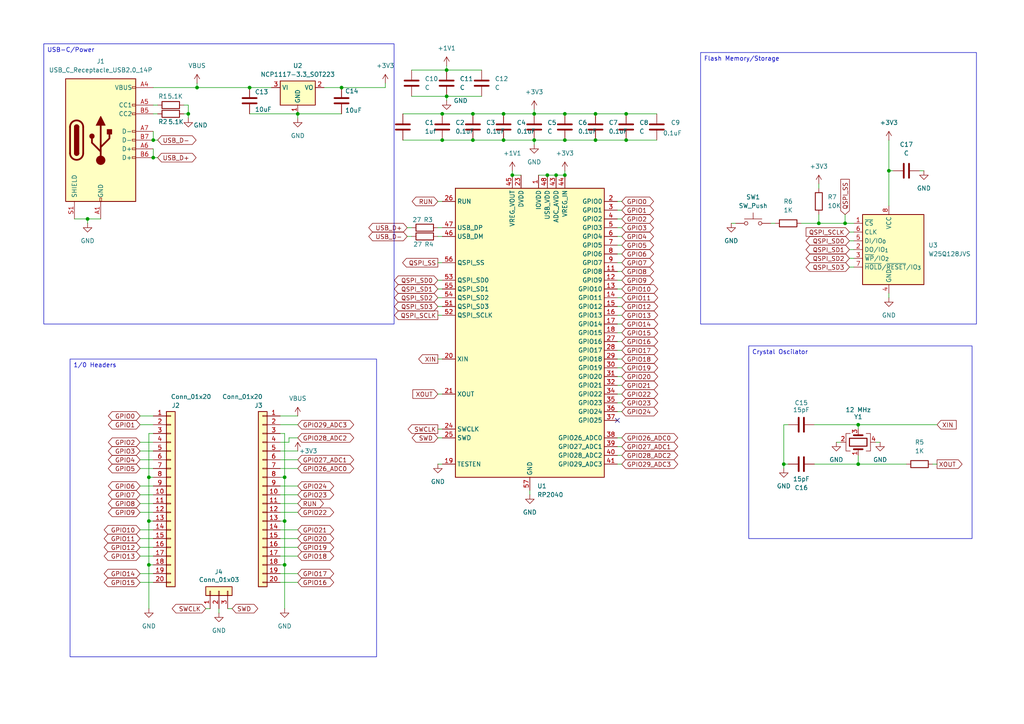
<source format=kicad_sch>
(kicad_sch (version 20250114) (generator "eeschema") (generator_version "9.0")
  (paper "A4")
  (lib_symbols
    (symbol "Connector:USB_C_Receptacle_USB2.0_14P" (pin_names (offset 1.016))
      (property "Reference" "J" (at 0 22.225 0))
      (property "Value" "USB_C_Receptacle_USB2.0_14P" (at 0 19.685 0))
      (symbol "USB_C_Receptacle_USB2.0_14P_1_1"
        (pin passive line (at -7.62 -22.86 90) (length 5.08) (name "SHIELD") (number "S1"))
        (pin passive line (at 0 -22.86 90) (length 5.08) (name "GND") (number "A1"))
        (pin passive line (at 0 -22.86 90) (length 5.08) (hide yes) (name "GND") (number "A12"))
        (pin passive line (at 0 -22.86 90) (length 5.08) (hide yes) (name "GND") (number "B1"))
        (pin passive line (at 0 -22.86 90) (length 5.08) (hide yes) (name "GND") (number "B12"))
        (pin passive line (at 15.24 15.24 180) (length 5.08) (name "VBUS") (number "A4"))
        (pin passive line (at 15.24 15.24 180) (length 5.08) (hide yes) (name "VBUS") (number "A9"))
        (pin passive line (at 15.24 15.24 180) (length 5.08) (hide yes) (name "VBUS") (number "B4"))
        (pin passive line (at 15.24 15.24 180) (length 5.08) (hide yes) (name "VBUS") (number "B9"))
        (pin bidirectional line (at 15.24 10.16 180) (length 5.08) (name "CC1") (number "A5"))
        (pin bidirectional line (at 15.24 7.62 180) (length 5.08) (name "CC2") (number "B5"))
        (pin bidirectional line (at 15.24 2.54 180) (length 5.08) (name "D-") (number "A7"))
        (pin bidirectional line (at 15.24 0 180) (length 5.08) (name "D-") (number "B7"))
        (pin bidirectional line (at 15.24 -2.54 180) (length 5.08) (name "D+") (number "A6"))
        (pin bidirectional line (at 15.24 -5.08 180) (length 5.08) (name "D+") (number "B6"))
      )
    )
    (symbol "Connector_Generic:Conn_01x03" (pin_names (offset 1.016) (hide yes))
      (property "Reference" "J" (at 0 5.08 0))
      (property "Value" "Conn_01x03" (at 0 -5.08 0))
      (symbol "Conn_01x03_1_1"
        (pin passive line (at -5.08 2.54 0) (length 3.81) (name "Pin_1") (number "1"))
        (pin passive line (at -5.08 0 0) (length 3.81) (name "Pin_2") (number "2"))
        (pin passive line (at -5.08 -2.54 0) (length 3.81) (name "Pin_3") (number "3"))
      )
    )
    (symbol "Connector_Generic:Conn_01x20" (pin_names (offset 1.016) (hide yes))
      (property "Reference" "J" (at 0 25.4 0))
      (property "Value" "Conn_01x20" (at 0 -27.94 0))
      (symbol "Conn_01x20_1_1"
        (pin passive line (at -5.08 22.86 0) (length 3.81) (name "Pin_1") (number "1"))
        (pin passive line (at -5.08 20.32 0) (length 3.81) (name "Pin_2") (number "2"))
        (pin passive line (at -5.08 17.78 0) (length 3.81) (name "Pin_3") (number "3"))
        (pin passive line (at -5.08 15.24 0) (length 3.81) (name "Pin_4") (number "4"))
        (pin passive line (at -5.08 12.7 0) (length 3.81) (name "Pin_5") (number "5"))
        (pin passive line (at -5.08 10.16 0) (length 3.81) (name "Pin_6") (number "6"))
        (pin passive line (at -5.08 7.62 0) (length 3.81) (name "Pin_7") (number "7"))
        (pin passive line (at -5.08 5.08 0) (length 3.81) (name "Pin_8") (number "8"))
        (pin passive line (at -5.08 2.54 0) (length 3.81) (name "Pin_9") (number "9"))
        (pin passive line (at -5.08 0 0) (length 3.81) (name "Pin_10") (number "10"))
        (pin passive line (at -5.08 -2.54 0) (length 3.81) (name "Pin_11") (number "11"))
        (pin passive line (at -5.08 -5.08 0) (length 3.81) (name "Pin_12") (number "12"))
        (pin passive line (at -5.08 -7.62 0) (length 3.81) (name "Pin_13") (number "13"))
        (pin passive line (at -5.08 -10.16 0) (length 3.81) (name "Pin_14") (number "14"))
        (pin passive line (at -5.08 -12.7 0) (length 3.81) (name "Pin_15") (number "15"))
        (pin passive line (at -5.08 -15.24 0) (length 3.81) (name "Pin_16") (number "16"))
        (pin passive line (at -5.08 -17.78 0) (length 3.81) (name "Pin_17") (number "17"))
        (pin passive line (at -5.08 -20.32 0) (length 3.81) (name "Pin_18") (number "18"))
        (pin passive line (at -5.08 -22.86 0) (length 3.81) (name "Pin_19") (number "19"))
        (pin passive line (at -5.08 -25.4 0) (length 3.81) (name "Pin_20") (number "20"))
      )
    )
    (symbol "Device:C" (pin_numbers (hide yes)) (pin_names (offset 0.254))
      (property "Reference" "C" (at 0.635 2.54 0))
      (property "Value" "C" (at 0.635 -2.54 0))
      (symbol "C_1_1"
        (pin passive line (at 0 3.81 270) (length 2.794) (name "~") (number "1"))
        (pin passive line (at 0 -3.81 90) (length 2.794) (name "~") (number "2"))
      )
    )
    (symbol "Device:Crystal_GND24" (pin_names (offset 1.016) (hide yes))
      (property "Reference" "Y" (at 3.175 5.08 0))
      (property "Value" "Crystal_GND24" (at 3.175 3.175 0))
      (symbol "Crystal_GND24_1_1"
        (pin passive line (at -3.81 0 0) (length 1.27) (name "1") (number "1"))
        (pin passive line (at 0 5.08 270) (length 1.27) (name "2") (number "2"))
        (pin passive line (at 0 -5.08 90) (length 1.27) (name "4") (number "4"))
        (pin passive line (at 3.81 0 180) (length 1.27) (name "3") (number "3"))
      )
    )
    (symbol "Device:R" (pin_numbers (hide yes)) (pin_names (offset 0))
      (property "Reference" "R" (at 2.032 0 90))
      (property "Value" "R" (at 0 0 90))
      (symbol "R_1_1"
        (pin passive line (at 0 3.81 270) (length 1.27) (name "~") (number "1"))
        (pin passive line (at 0 -3.81 90) (length 1.27) (name "~") (number "2"))
      )
    )
    (symbol "MCU_RaspberryPi:RP2040"
      (property "Reference" "U" (at 17.78 45.72 0))
      (property "Value" "RP2040" (at 17.78 43.18 0))
      (symbol "RP2040_1_1"
        (pin input line (at -25.4 38.1 0) (length 3.81) (name "RUN") (number "26"))
        (pin bidirectional line (at -25.4 30.48 0) (length 3.81) (name "USB_DP") (number "47"))
        (pin bidirectional line (at -25.4 27.94 0) (length 3.81) (name "USB_DM") (number "46"))
        (pin bidirectional line (at -25.4 20.32 0) (length 3.81) (name "QSPI_SS") (number "56"))
        (pin bidirectional line (at -25.4 15.24 0) (length 3.81) (name "QSPI_SD0") (number "53"))
        (pin bidirectional line (at -25.4 12.7 0) (length 3.81) (name "QSPI_SD1") (number "55"))
        (pin bidirectional line (at -25.4 10.16 0) (length 3.81) (name "QSPI_SD2") (number "54"))
        (pin bidirectional line (at -25.4 7.62 0) (length 3.81) (name "QSPI_SD3") (number "51"))
        (pin output line (at -25.4 5.08 0) (length 3.81) (name "QSPI_SCLK") (number "52"))
        (pin input line (at -25.4 -7.62 0) (length 3.81) (name "XIN") (number "20"))
        (pin passive line (at -25.4 -17.78 0) (length 3.81) (name "XOUT") (number "21"))
        (pin input line (at -25.4 -27.94 0) (length 3.81) (name "SWCLK") (number "24"))
        (pin bidirectional line (at -25.4 -30.48 0) (length 3.81) (name "SWD") (number "25"))
        (pin input line (at -25.4 -38.1 0) (length 3.81) (name "TESTEN") (number "19"))
        (pin power_out line (at -5.08 45.72 270) (length 3.81) (name "VREG_VOUT") (number "45"))
        (pin power_in line (at -2.54 45.72 270) (length 3.81) (name "DVDD") (number "23"))
        (pin passive line (at -2.54 45.72 270) (length 3.81) (hide yes) (name "DVDD") (number "50"))
        (pin power_in line (at 0 -45.72 90) (length 3.81) (name "GND") (number "57"))
        (pin power_in line (at 2.54 45.72 270) (length 3.81) (name "IOVDD") (number "1"))
        (pin passive line (at 2.54 45.72 270) (length 3.81) (hide yes) (name "IOVDD") (number "10"))
        (pin passive line (at 2.54 45.72 270) (length 3.81) (hide yes) (name "IOVDD") (number "22"))
        (pin passive line (at 2.54 45.72 270) (length 3.81) (hide yes) (name "IOVDD") (number "33"))
        (pin passive line (at 2.54 45.72 270) (length 3.81) (hide yes) (name "IOVDD") (number "42"))
        (pin passive line (at 2.54 45.72 270) (length 3.81) (hide yes) (name "IOVDD") (number "49"))
        (pin power_in line (at 5.08 45.72 270) (length 3.81) (name "USB_VDD") (number "48"))
        (pin power_in line (at 7.62 45.72 270) (length 3.81) (name "ADC_AVDD") (number "43"))
        (pin power_in line (at 10.16 45.72 270) (length 3.81) (name "VREG_IN") (number "44"))
        (pin bidirectional line (at 25.4 38.1 180) (length 3.81) (name "GPIO0") (number "2"))
        (pin bidirectional line (at 25.4 35.56 180) (length 3.81) (name "GPIO1") (number "3"))
        (pin bidirectional line (at 25.4 33.02 180) (length 3.81) (name "GPIO2") (number "4"))
        (pin bidirectional line (at 25.4 30.48 180) (length 3.81) (name "GPIO3") (number "5"))
        (pin bidirectional line (at 25.4 27.94 180) (length 3.81) (name "GPIO4") (number "6"))
        (pin bidirectional line (at 25.4 25.4 180) (length 3.81) (name "GPIO5") (number "7"))
        (pin bidirectional line (at 25.4 22.86 180) (length 3.81) (name "GPIO6") (number "8"))
        (pin bidirectional line (at 25.4 20.32 180) (length 3.81) (name "GPIO7") (number "9"))
        (pin bidirectional line (at 25.4 17.78 180) (length 3.81) (name "GPIO8") (number "11"))
        (pin bidirectional line (at 25.4 15.24 180) (length 3.81) (name "GPIO9") (number "12"))
        (pin bidirectional line (at 25.4 12.7 180) (length 3.81) (name "GPIO10") (number "13"))
        (pin bidirectional line (at 25.4 10.16 180) (length 3.81) (name "GPIO11") (number "14"))
        (pin bidirectional line (at 25.4 7.62 180) (length 3.81) (name "GPIO12") (number "15"))
        (pin bidirectional line (at 25.4 5.08 180) (length 3.81) (name "GPIO13") (number "16"))
        (pin bidirectional line (at 25.4 2.54 180) (length 3.81) (name "GPIO14") (number "17"))
        (pin bidirectional line (at 25.4 0 180) (length 3.81) (name "GPIO15") (number "18"))
        (pin bidirectional line (at 25.4 -2.54 180) (length 3.81) (name "GPIO16") (number "27"))
        (pin bidirectional line (at 25.4 -5.08 180) (length 3.81) (name "GPIO17") (number "28"))
        (pin bidirectional line (at 25.4 -7.62 180) (length 3.81) (name "GPIO18") (number "29"))
        (pin bidirectional line (at 25.4 -10.16 180) (length 3.81) (name "GPIO19") (number "30"))
        (pin bidirectional line (at 25.4 -12.7 180) (length 3.81) (name "GPIO20") (number "31"))
        (pin bidirectional line (at 25.4 -15.24 180) (length 3.81) (name "GPIO21") (number "32"))
        (pin bidirectional line (at 25.4 -17.78 180) (length 3.81) (name "GPIO22") (number "34"))
        (pin bidirectional line (at 25.4 -20.32 180) (length 3.81) (name "GPIO23") (number "35"))
        (pin bidirectional line (at 25.4 -22.86 180) (length 3.81) (name "GPIO24") (number "36"))
        (pin bidirectional line (at 25.4 -25.4 180) (length 3.81) (name "GPIO25") (number "37"))
        (pin bidirectional line (at 25.4 -30.48 180) (length 3.81) (name "GPIO26_ADC0") (number "38"))
        (pin bidirectional line (at 25.4 -33.02 180) (length 3.81) (name "GPIO27_ADC1") (number "39"))
        (pin bidirectional line (at 25.4 -35.56 180) (length 3.81) (name "GPIO28_ADC2") (number "40"))
        (pin bidirectional line (at 25.4 -38.1 180) (length 3.81) (name "GPIO29_ADC3") (number "41"))
      )
    )
    (symbol "Memory_Flash:W25Q128JVS"
      (property "Reference" "U" (at -6.35 11.43 0))
      (property "Value" "W25Q128JVS" (at 7.62 11.43 0))
      (symbol "W25Q128JVS_1_1"
        (pin input line (at -10.16 7.62 0) (length 2.54) (name "~{CS}") (number "1"))
        (pin input line (at -10.16 5.08 0) (length 2.54) (name "CLK") (number "6"))
        (pin bidirectional line (at -10.16 2.54 0) (length 2.54) (name "DI/IO_{0}") (number "5"))
        (pin bidirectional line (at -10.16 0 0) (length 2.54) (name "DO/IO_{1}") (number "2"))
        (pin bidirectional line (at -10.16 -2.54 0) (length 2.54) (name "~{WP}/IO_{2}") (number "3"))
        (pin bidirectional line (at -10.16 -5.08 0) (length 2.54) (name "~{HOLD}/~{RESET}/IO_{3}") (number "7"))
        (pin power_in line (at 0 12.7 270) (length 2.54) (name "VCC") (number "8"))
        (pin power_in line (at 0 -12.7 90) (length 2.54) (name "GND") (number "4"))
      )
    )
    (symbol "Regulator_Linear:NCP1117-3.3_SOT223"
      (property "Reference" "U" (at -3.81 3.175 0))
      (property "Value" "NCP1117-3.3_SOT223" (at 0 3.175 0))
      (symbol "NCP1117-3.3_SOT223_1_1"
        (pin power_in line (at -7.62 0 0) (length 2.54) (name "VI") (number "3"))
        (pin power_in line (at 0 -7.62 90) (length 2.54) (name "GND") (number "1"))
        (pin power_out line (at 7.62 0 180) (length 2.54) (name "VO") (number "2"))
      )
    )
    (symbol "Switch:SW_Push" (pin_numbers (hide yes)) (pin_names (offset 1.016) (hide yes))
      (property "Reference" "SW" (at 1.27 2.54 0))
      (property "Value" "SW_Push" (at 0 -1.524 0))
      (symbol "SW_Push_0_1"
        (pin passive line (at -5.08 0 0) (length 2.54) (name "1") (number "1"))
        (pin passive line (at 5.08 0 180) (length 2.54) (name "2") (number "2"))
      )
    )
    (symbol "power:+1V1" (power) (pin_numbers (hide yes)) (pin_names (offset 0) (hide yes))
      (property "Value" "+1V1" (at 0 3.556 0))
      (symbol "+1V1_1_1"
        (pin power_in line (at 0 0 90) (length 0) (name "~") (number "1"))
      )
    )
    (symbol "power:+3V3" (power) (pin_numbers (hide yes)) (pin_names (offset 0) (hide yes))
      (property "Value" "+3V3" (at 0 3.556 0))
      (symbol "+3V3_1_1"
        (pin power_in line (at 0 0 90) (length 0) (name "~") (number "1"))
      )
    )
    (symbol "power:GND" (power) (pin_numbers (hide yes)) (pin_names (offset 0) (hide yes))
      (property "Value" "GND" (at 0 -3.81 0))
      (symbol "GND_1_1"
        (pin power_in line (at 0 0 270) (length 0) (name "~") (number "1"))
      )
    )
    (symbol "power:VBUS" (power) (pin_numbers (hide yes)) (pin_names (offset 0) (hide yes))
      (property "Value" "VBUS" (at 0 3.556 0))
      (symbol "VBUS_1_1"
        (pin power_in line (at 0 0 90) (length 0) (name "~") (number "1"))
      )
    )
  )
  (text_box "1/0 Headers" (at 20.32 104.14 0) (size 88.9 86.36) (margins 0.9525 0.9525 0.9525 0.9525) (effects (font (size 1.27 1.27)) (justify left top)))
  (text_box "USB-C/Power" (at 12.7 12.7 0) (size 101.6 81.28) (margins 0.9525 0.9525 0.9525 0.9525) (effects (font (size 1.27 1.27)) (justify left top)))
  (text_box "Crystal Oscilator" (at 217.17 100.33 0) (size 64.77 55.88) (margins 0.9525 0.9525 0.9525 0.9525) (effects (font (size 1.27 1.27)) (justify left top)))
  (text_box "Flash Memory/Storage" (at 203.2 15.24 0) (size 80.01 78.74) (margins 0.9525 0.9525 0.9525 0.9525) (effects (font (size 1.27 1.27)) (justify left top)))
  (junction (at 54.61 33.02))
  (junction (at 181.61 33.02))
  (junction (at 57.15 25.4))
  (junction (at 257.81 49.53))
  (junction (at 44.45 45.72))
  (junction (at 99.06 25.4))
  (junction (at 163.83 33.02))
  (junction (at 43.18 138.43))
  (junction (at 44.45 40.64))
  (junction (at 82.55 138.43))
  (junction (at 137.16 33.02))
  (junction (at 129.54 27.94))
  (junction (at 172.72 33.02))
  (junction (at 82.55 163.83))
  (junction (at 129.54 20.32))
  (junction (at 172.72 40.64))
  (junction (at 245.11 64.77))
  (junction (at 154.94 40.64))
  (junction (at 43.18 151.13))
  (junction (at 163.83 40.64))
  (junction (at 25.4 63.5))
  (junction (at 146.05 40.64))
  (junction (at 181.61 40.64))
  (junction (at 86.36 33.02))
  (junction (at 248.92 134.62))
  (junction (at 146.05 33.02))
  (junction (at 82.55 151.13))
  (junction (at 161.29 50.8))
  (junction (at 154.94 33.02))
  (junction (at 248.92 123.19))
  (junction (at 148.59 50.8))
  (junction (at 128.27 33.02))
  (junction (at 237.49 64.77))
  (junction (at 158.75 50.8))
  (junction (at 128.27 40.64))
  (junction (at 137.16 40.64))
  (junction (at 43.18 163.83))
  (junction (at 72.39 25.4))
  (junction (at 227.33 134.62))
  (junction (at 163.83 50.8))
  (no_connect (at 179.07 121.92))
  (wire (pts (xy 40.64 153.67) (xy 44.45 153.67)))
  (wire (pts (xy 148.59 49.53) (xy 148.59 50.8)))
  (wire (pts (xy 116.84 33.02) (xy 128.27 33.02)))
  (wire (pts (xy 99.06 25.4) (xy 111.76 25.4)))
  (wire (pts (xy 237.49 53.34) (xy 237.49 54.61)))
  (wire (pts (xy 270.51 134.62) (xy 271.78 134.62)))
  (wire (pts (xy 237.49 64.77) (xy 245.11 64.77)))
  (wire (pts (xy 66.04 176.53) (xy 67.31 176.53)))
  (wire (pts (xy 246.38 69.85) (xy 247.65 69.85)))
  (wire (pts (xy 44.45 40.64) (xy 45.72 40.64)))
  (wire (pts (xy 43.18 151.13) (xy 44.45 151.13)))
  (wire (pts (xy 179.07 83.82) (xy 180.34 83.82)))
  (wire (pts (xy 181.61 40.64) (xy 190.5 40.64)))
  (wire (pts (xy 179.07 114.3) (xy 180.34 114.3)))
  (wire (pts (xy 127 88.9) (xy 128.27 88.9)))
  (wire (pts (xy 82.55 151.13) (xy 82.55 138.43)))
  (wire (pts (xy 40.64 120.65) (xy 44.45 120.65)))
  (wire (pts (xy 179.07 60.96) (xy 180.34 60.96)))
  (wire (pts (xy 246.38 77.47) (xy 247.65 77.47)))
  (wire (pts (xy 83.82 127) (xy 86.36 127)))
  (wire (pts (xy 81.28 128.27) (xy 83.82 128.27)))
  (wire (pts (xy 81.28 156.21) (xy 86.36 156.21)))
  (wire (pts (xy 179.07 73.66) (xy 180.34 73.66)))
  (wire (pts (xy 246.38 74.93) (xy 247.65 74.93)))
  (wire (pts (xy 129.54 19.05) (xy 129.54 20.32)))
  (wire (pts (xy 40.64 128.27) (xy 44.45 128.27)))
  (wire (pts (xy 248.92 134.62) (xy 262.89 134.62)))
  (wire (pts (xy 146.05 40.64) (xy 154.94 40.64)))
  (wire (pts (xy 43.18 163.83) (xy 43.18 151.13)))
  (wire (pts (xy 179.07 86.36) (xy 180.34 86.36)))
  (wire (pts (xy 128.27 40.64) (xy 137.16 40.64)))
  (wire (pts (xy 179.07 101.6) (xy 180.34 101.6)))
  (wire (pts (xy 248.92 123.19) (xy 271.78 123.19)))
  (wire (pts (xy 44.45 38.1) (xy 44.45 40.64)))
  (wire (pts (xy 40.64 140.97) (xy 44.45 140.97)))
  (wire (pts (xy 43.18 125.73) (xy 44.45 125.73)))
  (wire (pts (xy 179.07 119.38) (xy 180.34 119.38)))
  (wire (pts (xy 57.15 25.4) (xy 72.39 25.4)))
  (wire (pts (xy 81.28 138.43) (xy 82.55 138.43)))
  (wire (pts (xy 127 91.44) (xy 128.27 91.44)))
  (wire (pts (xy 81.28 163.83) (xy 82.55 163.83)))
  (wire (pts (xy 40.64 146.05) (xy 44.45 146.05)))
  (wire (pts (xy 154.94 31.75) (xy 154.94 33.02)))
  (wire (pts (xy 81.28 140.97) (xy 86.36 140.97)))
  (wire (pts (xy 81.28 143.51) (xy 86.36 143.51)))
  (wire (pts (xy 43.18 163.83) (xy 44.45 163.83)))
  (wire (pts (xy 44.45 30.48) (xy 45.72 30.48)))
  (wire (pts (xy 127 86.36) (xy 128.27 86.36)))
  (wire (pts (xy 40.64 148.59) (xy 44.45 148.59)))
  (wire (pts (xy 72.39 33.02) (xy 86.36 33.02)))
  (wire (pts (xy 40.64 133.35) (xy 44.45 133.35)))
  (wire (pts (xy 43.18 176.53) (xy 43.18 163.83)))
  (wire (pts (xy 153.67 142.24) (xy 153.67 143.51)))
  (wire (pts (xy 179.07 88.9) (xy 180.34 88.9)))
  (wire (pts (xy 227.33 123.19) (xy 227.33 134.62)))
  (wire (pts (xy 257.81 40.64) (xy 257.81 49.53)))
  (wire (pts (xy 179.07 104.14) (xy 180.34 104.14)))
  (wire (pts (xy 179.07 93.98) (xy 180.34 93.98)))
  (wire (pts (xy 59.69 176.53) (xy 60.96 176.53)))
  (wire (pts (xy 161.29 50.8) (xy 163.83 50.8)))
  (wire (pts (xy 81.28 120.65) (xy 86.36 120.65)))
  (wire (pts (xy 246.38 67.31) (xy 247.65 67.31)))
  (wire (pts (xy 227.33 134.62) (xy 227.33 135.89)))
  (wire (pts (xy 54.61 30.48) (xy 53.34 30.48)))
  (wire (pts (xy 179.07 116.84) (xy 180.34 116.84)))
  (wire (pts (xy 242.57 128.27) (xy 243.84 128.27)))
  (wire (pts (xy 53.34 33.02) (xy 54.61 33.02)))
  (wire (pts (xy 63.5 176.53) (xy 63.5 177.8)))
  (wire (pts (xy 81.28 133.35) (xy 86.36 133.35)))
  (wire (pts (xy 44.45 45.72) (xy 45.72 45.72)))
  (wire (pts (xy 212.09 64.77) (xy 213.36 64.77)))
  (wire (pts (xy 179.07 111.76) (xy 180.34 111.76)))
  (wire (pts (xy 81.28 151.13) (xy 82.55 151.13)))
  (wire (pts (xy 179.07 76.2) (xy 180.34 76.2)))
  (wire (pts (xy 154.94 40.64) (xy 163.83 40.64)))
  (wire (pts (xy 127 124.46) (xy 128.27 124.46)))
  (wire (pts (xy 40.64 135.89) (xy 44.45 135.89)))
  (wire (pts (xy 248.92 132.08) (xy 248.92 134.62)))
  (wire (pts (xy 40.64 158.75) (xy 44.45 158.75)))
  (wire (pts (xy 81.28 158.75) (xy 86.36 158.75)))
  (wire (pts (xy 127 114.3) (xy 128.27 114.3)))
  (wire (pts (xy 43.18 138.43) (xy 44.45 138.43)))
  (wire (pts (xy 266.7 49.53) (xy 267.97 49.53)))
  (wire (pts (xy 127 68.58) (xy 128.27 68.58)))
  (wire (pts (xy 81.28 135.89) (xy 86.36 135.89)))
  (wire (pts (xy 179.07 68.58) (xy 180.34 68.58)))
  (wire (pts (xy 179.07 129.54) (xy 180.34 129.54)))
  (wire (pts (xy 40.64 161.29) (xy 44.45 161.29)))
  (wire (pts (xy 127 81.28) (xy 128.27 81.28)))
  (wire (pts (xy 127 134.62) (xy 128.27 134.62)))
  (wire (pts (xy 129.54 27.94) (xy 129.54 29.21)))
  (wire (pts (xy 21.59 63.5) (xy 25.4 63.5)))
  (wire (pts (xy 81.28 161.29) (xy 86.36 161.29)))
  (wire (pts (xy 83.82 127) (xy 83.82 128.27)))
  (wire (pts (xy 119.38 20.32) (xy 129.54 20.32)))
  (wire (pts (xy 148.59 50.8) (xy 151.13 50.8)))
  (wire (pts (xy 40.64 143.51) (xy 44.45 143.51)))
  (wire (pts (xy 118.11 68.58) (xy 119.38 68.58)))
  (wire (pts (xy 81.28 146.05) (xy 86.36 146.05)))
  (wire (pts (xy 81.28 148.59) (xy 86.36 148.59)))
  (wire (pts (xy 40.64 123.19) (xy 44.45 123.19)))
  (wire (pts (xy 44.45 25.4) (xy 57.15 25.4)))
  (wire (pts (xy 43.18 151.13) (xy 43.18 138.43)))
  (wire (pts (xy 40.64 166.37) (xy 44.45 166.37)))
  (wire (pts (xy 156.21 50.8) (xy 158.75 50.8)))
  (wire (pts (xy 81.28 168.91) (xy 86.36 168.91)))
  (wire (pts (xy 227.33 134.62) (xy 228.6 134.62)))
  (wire (pts (xy 254 128.27) (xy 255.27 128.27)))
  (wire (pts (xy 232.41 64.77) (xy 237.49 64.77)))
  (wire (pts (xy 72.39 25.4) (xy 78.74 25.4)))
  (wire (pts (xy 137.16 40.64) (xy 146.05 40.64)))
  (wire (pts (xy 127 127) (xy 128.27 127)))
  (wire (pts (xy 236.22 123.19) (xy 248.92 123.19)))
  (wire (pts (xy 236.22 134.62) (xy 248.92 134.62)))
  (wire (pts (xy 57.15 24.13) (xy 57.15 25.4)))
  (wire (pts (xy 111.76 24.13) (xy 111.76 25.4)))
  (wire (pts (xy 43.18 138.43) (xy 43.18 125.73)))
  (wire (pts (xy 158.75 50.8) (xy 161.29 50.8)))
  (wire (pts (xy 179.07 132.08) (xy 180.34 132.08)))
  (wire (pts (xy 163.83 49.53) (xy 163.83 50.8)))
  (wire (pts (xy 245.11 62.23) (xy 245.11 64.77)))
  (wire (pts (xy 54.61 30.48) (xy 54.61 33.02)))
  (wire (pts (xy 44.45 43.18) (xy 44.45 45.72)))
  (wire (pts (xy 44.45 33.02) (xy 45.72 33.02)))
  (wire (pts (xy 181.61 33.02) (xy 190.5 33.02)))
  (wire (pts (xy 179.07 81.28) (xy 180.34 81.28)))
  (wire (pts (xy 82.55 176.53) (xy 82.55 163.83)))
  (wire (pts (xy 81.28 130.81) (xy 86.36 130.81)))
  (wire (pts (xy 93.98 25.4) (xy 99.06 25.4)))
  (wire (pts (xy 163.83 40.64) (xy 172.72 40.64)))
  (wire (pts (xy 127 76.2) (xy 128.27 76.2)))
  (wire (pts (xy 127 83.82) (xy 128.27 83.82)))
  (wire (pts (xy 40.64 156.21) (xy 44.45 156.21)))
  (wire (pts (xy 257.81 85.09) (xy 257.81 86.36)))
  (wire (pts (xy 82.55 125.73) (xy 81.28 125.73)))
  (wire (pts (xy 179.07 78.74) (xy 180.34 78.74)))
  (wire (pts (xy 257.81 49.53) (xy 257.81 59.69)))
  (wire (pts (xy 129.54 20.32) (xy 139.7 20.32)))
  (wire (pts (xy 128.27 33.02) (xy 137.16 33.02)))
  (wire (pts (xy 179.07 66.04) (xy 180.34 66.04)))
  (wire (pts (xy 40.64 130.81) (xy 44.45 130.81)))
  (wire (pts (xy 179.07 71.12) (xy 180.34 71.12)))
  (wire (pts (xy 179.07 127) (xy 180.34 127)))
  (wire (pts (xy 40.64 168.91) (xy 44.45 168.91)))
  (wire (pts (xy 246.38 72.39) (xy 247.65 72.39)))
  (wire (pts (xy 54.61 34.29) (xy 54.61 33.02)))
  (wire (pts (xy 81.28 153.67) (xy 86.36 153.67)))
  (wire (pts (xy 172.72 40.64) (xy 181.61 40.64)))
  (wire (pts (xy 179.07 91.44) (xy 180.34 91.44)))
  (wire (pts (xy 154.94 40.64) (xy 154.94 41.91)))
  (wire (pts (xy 81.28 166.37) (xy 86.36 166.37)))
  (wire (pts (xy 223.52 64.77) (xy 224.79 64.77)))
  (wire (pts (xy 25.4 63.5) (xy 29.21 63.5)))
  (wire (pts (xy 163.83 33.02) (xy 172.72 33.02)))
  (wire (pts (xy 259.08 49.53) (xy 257.81 49.53)))
  (wire (pts (xy 137.16 33.02) (xy 146.05 33.02)))
  (wire (pts (xy 25.4 63.5) (xy 25.4 64.77)))
  (wire (pts (xy 81.28 123.19) (xy 86.36 123.19)))
  (wire (pts (xy 172.72 33.02) (xy 181.61 33.02)))
  (wire (pts (xy 245.11 64.77) (xy 247.65 64.77)))
  (wire (pts (xy 146.05 33.02) (xy 154.94 33.02)))
  (wire (pts (xy 116.84 40.64) (xy 128.27 40.64)))
  (wire (pts (xy 127 58.42) (xy 128.27 58.42)))
  (wire (pts (xy 82.55 138.43) (xy 82.55 125.73)))
  (wire (pts (xy 179.07 96.52) (xy 180.34 96.52)))
  (wire (pts (xy 118.11 66.04) (xy 119.38 66.04)))
  (wire (pts (xy 179.07 134.62) (xy 180.34 134.62)))
  (wire (pts (xy 82.55 163.83) (xy 82.55 151.13)))
  (wire (pts (xy 86.36 33.02) (xy 86.36 34.29)))
  (wire (pts (xy 179.07 106.68) (xy 180.34 106.68)))
  (wire (pts (xy 179.07 99.06) (xy 180.34 99.06)))
  (wire (pts (xy 129.54 27.94) (xy 139.7 27.94)))
  (wire (pts (xy 154.94 33.02) (xy 163.83 33.02)))
  (wire (pts (xy 127 104.14) (xy 128.27 104.14)))
  (wire (pts (xy 248.92 123.19) (xy 248.92 124.46)))
  (wire (pts (xy 179.07 63.5) (xy 180.34 63.5)))
  (wire (pts (xy 237.49 64.77) (xy 237.49 62.23)))
  (wire (pts (xy 86.36 33.02) (xy 99.06 33.02)))
  (wire (pts (xy 127 66.04) (xy 128.27 66.04)))
  (wire (pts (xy 179.07 109.22) (xy 180.34 109.22)))
  (wire (pts (xy 119.38 27.94) (xy 129.54 27.94)))
  (wire (pts (xy 228.6 123.19) (xy 227.33 123.19)))
  (wire (pts (xy 179.07 58.42) (xy 180.34 58.42)))
  (global_label "GPIO15" (shape bidirectional) (at 180.34 96.52 0) (property "Intersheetrefs" "${INTERSHEET_REFS}" (effects (hide yes))))
  (global_label "GPIO23" (shape bidirectional) (at 180.34 116.84 0) (property "Intersheetrefs" "${INTERSHEET_REFS}" (effects (hide yes))))
  (global_label "GPIO24" (shape bidirectional) (at 86.36 140.97 0) (property "Intersheetrefs" "${INTERSHEET_REFS}" (effects (hide yes))))
  (global_label "GPIO28_ADC2" (shape bidirectional) (at 180.34 132.08 0) (property "Intersheetrefs" "${INTERSHEET_REFS}" (effects (hide yes))))
  (global_label "XOUT" (shape output) (at 271.78 134.62 0) (property "Intersheetrefs" "${INTERSHEET_REFS}" (effects (hide yes))))
  (global_label "RUN" (shape bidirectional) (at 86.36 146.05 0) (property "Intersheetrefs" "${INTERSHEET_REFS}" (effects (hide yes))))
  (global_label "QSPI_SD1" (shape bidirectional) (at 246.38 72.39 180) (property "Intersheetrefs" "${INTERSHEET_REFS}" (effects (hide yes))))
  (global_label "QSPI_SCLK" (shape input) (at 246.38 67.31 180) (property "Intersheetrefs" "${INTERSHEET_REFS}" (effects (hide yes))))
  (global_label "USB_D+" (shape bidirectional) (at 45.72 45.72 0) (property "Intersheetrefs" "${INTERSHEET_REFS}" (effects (hide yes))))
  (global_label "GPIO23" (shape bidirectional) (at 86.36 143.51 0) (property "Intersheetrefs" "${INTERSHEET_REFS}" (effects (hide yes))))
  (global_label "GPIO19" (shape bidirectional) (at 86.36 158.75 0) (property "Intersheetrefs" "${INTERSHEET_REFS}" (effects (hide yes))))
  (global_label "GPIO18" (shape bidirectional) (at 180.34 104.14 0) (property "Intersheetrefs" "${INTERSHEET_REFS}" (effects (hide yes))))
  (global_label "GPIO11" (shape bidirectional) (at 40.64 156.21 180) (property "Intersheetrefs" "${INTERSHEET_REFS}" (effects (hide yes))))
  (global_label "XIN" (shape input) (at 271.78 123.19 0) (property "Intersheetrefs" "${INTERSHEET_REFS}" (effects (hide yes))))
  (global_label "GPIO14" (shape bidirectional) (at 180.34 93.98 0) (property "Intersheetrefs" "${INTERSHEET_REFS}" (effects (hide yes))))
  (global_label "GPIO26_ADC0" (shape bidirectional) (at 86.36 135.89 0) (property "Intersheetrefs" "${INTERSHEET_REFS}" (effects (hide yes))))
  (global_label "GPIO8" (shape bidirectional) (at 180.34 78.74 0) (property "Intersheetrefs" "${INTERSHEET_REFS}" (effects (hide yes))))
  (global_label "SWD" (shape bidirectional) (at 67.31 176.53 0) (property "Intersheetrefs" "${INTERSHEET_REFS}" (effects (hide yes))))
  (global_label "USB_D-" (shape bidirectional) (at 45.72 40.64 0) (property "Intersheetrefs" "${INTERSHEET_REFS}" (effects (hide yes))))
  (global_label "GPIO3" (shape bidirectional) (at 180.34 66.04 0) (property "Intersheetrefs" "${INTERSHEET_REFS}" (effects (hide yes))))
  (global_label "GPIO9" (shape bidirectional) (at 40.64 148.59 180) (property "Intersheetrefs" "${INTERSHEET_REFS}" (effects (hide yes))))
  (global_label "QSPI_SD0" (shape bidirectional) (at 246.38 69.85 180) (property "Intersheetrefs" "${INTERSHEET_REFS}" (effects (hide yes))))
  (global_label "GPIO20" (shape bidirectional) (at 86.36 156.21 0) (property "Intersheetrefs" "${INTERSHEET_REFS}" (effects (hide yes))))
  (global_label "GPIO14" (shape bidirectional) (at 40.64 166.37 180) (property "Intersheetrefs" "${INTERSHEET_REFS}" (effects (hide yes))))
  (global_label "GPIO2" (shape bidirectional) (at 180.34 63.5 0) (property "Intersheetrefs" "${INTERSHEET_REFS}" (effects (hide yes))))
  (global_label "GPIO9" (shape bidirectional) (at 180.34 81.28 0) (property "Intersheetrefs" "${INTERSHEET_REFS}" (effects (hide yes))))
  (global_label "SWCLK" (shape output) (at 127 124.46 180) (property "Intersheetrefs" "${INTERSHEET_REFS}" (effects (hide yes))))
  (global_label "QSPI_SD1" (shape bidirectional) (at 127 83.82 180) (property "Intersheetrefs" "${INTERSHEET_REFS}" (effects (hide yes))))
  (global_label "SWCLK" (shape bidirectional) (at 59.69 176.53 180) (property "Intersheetrefs" "${INTERSHEET_REFS}" (effects (hide yes))))
  (global_label "GPIO21" (shape bidirectional) (at 86.36 153.67 0) (property "Intersheetrefs" "${INTERSHEET_REFS}" (effects (hide yes))))
  (global_label "USB_D+" (shape bidirectional) (at 118.11 66.04 180) (property "Intersheetrefs" "${INTERSHEET_REFS}" (effects (hide yes))))
  (global_label "GPIO15" (shape bidirectional) (at 40.64 168.91 180) (property "Intersheetrefs" "${INTERSHEET_REFS}" (effects (hide yes))))
  (global_label "GPIO20" (shape bidirectional) (at 180.34 109.22 0) (property "Intersheetrefs" "${INTERSHEET_REFS}" (effects (hide yes))))
  (global_label "GPIO24" (shape bidirectional) (at 180.34 119.38 0) (property "Intersheetrefs" "${INTERSHEET_REFS}" (effects (hide yes))))
  (global_label "GPIO27_ADC1" (shape bidirectional) (at 180.34 129.54 0) (property "Intersheetrefs" "${INTERSHEET_REFS}" (effects (hide yes))))
  (global_label "RUN" (shape bidirectional) (at 127 58.42 180) (property "Intersheetrefs" "${INTERSHEET_REFS}" (effects (hide yes))))
  (global_label "GPIO1" (shape bidirectional) (at 40.64 123.19 180) (property "Intersheetrefs" "${INTERSHEET_REFS}" (effects (hide yes))))
  (global_label "USB_D-" (shape bidirectional) (at 118.11 68.58 180) (property "Intersheetrefs" "${INTERSHEET_REFS}" (effects (hide yes))))
  (global_label "GPIO22" (shape bidirectional) (at 180.34 114.3 0) (property "Intersheetrefs" "${INTERSHEET_REFS}" (effects (hide yes))))
  (global_label "GPIO29_ADC3" (shape bidirectional) (at 86.36 123.19 0) (property "Intersheetrefs" "${INTERSHEET_REFS}" (effects (hide yes))))
  (global_label "GPIO28_ADC2" (shape bidirectional) (at 86.36 127 0) (property "Intersheetrefs" "${INTERSHEET_REFS}" (effects (hide yes))))
  (global_label "GPIO10" (shape bidirectional) (at 40.64 153.67 180) (property "Intersheetrefs" "${INTERSHEET_REFS}" (effects (hide yes))))
  (global_label "QSPI_SD2" (shape bidirectional) (at 246.38 74.93 180) (property "Intersheetrefs" "${INTERSHEET_REFS}" (effects (hide yes))))
  (global_label "GPIO0" (shape bidirectional) (at 180.34 58.42 0) (property "Intersheetrefs" "${INTERSHEET_REFS}" (effects (hide yes))))
  (global_label "QSPI_SS" (shape input) (at 245.11 62.23 90) (property "Intersheetrefs" "${INTERSHEET_REFS}" (effects (hide yes))))
  (global_label "GPIO13" (shape bidirectional) (at 180.34 91.44 0) (property "Intersheetrefs" "${INTERSHEET_REFS}" (effects (hide yes))))
  (global_label "GPIO29_ADC3" (shape bidirectional) (at 180.34 134.62 0) (property "Intersheetrefs" "${INTERSHEET_REFS}" (effects (hide yes))))
  (global_label "GPIO11" (shape bidirectional) (at 180.34 86.36 0) (property "Intersheetrefs" "${INTERSHEET_REFS}" (effects (hide yes))))
  (global_label "GPIO13" (shape bidirectional) (at 40.64 161.29 180) (property "Intersheetrefs" "${INTERSHEET_REFS}" (effects (hide yes))))
  (global_label "GPIO5" (shape bidirectional) (at 40.64 135.89 180) (property "Intersheetrefs" "${INTERSHEET_REFS}" (effects (hide yes))))
  (global_label "GPIO22" (shape bidirectional) (at 86.36 148.59 0) (property "Intersheetrefs" "${INTERSHEET_REFS}" (effects (hide yes))))
  (global_label "GPIO0" (shape bidirectional) (at 40.64 120.65 180) (property "Intersheetrefs" "${INTERSHEET_REFS}" (effects (hide yes))))
  (global_label "GPIO12" (shape bidirectional) (at 180.34 88.9 0) (property "Intersheetrefs" "${INTERSHEET_REFS}" (effects (hide yes))))
  (global_label "XOUT" (shape input) (at 127 114.3 180) (property "Intersheetrefs" "${INTERSHEET_REFS}" (effects (hide yes))))
  (global_label "GPIO12" (shape bidirectional) (at 40.64 158.75 180) (property "Intersheetrefs" "${INTERSHEET_REFS}" (effects (hide yes))))
  (global_label "QSPI_SD2" (shape bidirectional) (at 127 86.36 180) (property "Intersheetrefs" "${INTERSHEET_REFS}" (effects (hide yes))))
  (global_label "QSPI_SD0" (shape bidirectional) (at 127 81.28 180) (property "Intersheetrefs" "${INTERSHEET_REFS}" (effects (hide yes))))
  (global_label "GPIO7" (shape bidirectional) (at 40.64 143.51 180) (property "Intersheetrefs" "${INTERSHEET_REFS}" (effects (hide yes))))
  (global_label "GPIO16" (shape bidirectional) (at 180.34 99.06 0) (property "Intersheetrefs" "${INTERSHEET_REFS}" (effects (hide yes))))
  (global_label "GPIO16" (shape bidirectional) (at 86.36 168.91 0) (property "Intersheetrefs" "${INTERSHEET_REFS}" (effects (hide yes))))
  (global_label "GPIO3" (shape bidirectional) (at 40.64 130.81 180) (property "Intersheetrefs" "${INTERSHEET_REFS}" (effects (hide yes))))
  (global_label "QSPI_SCLK" (shape output) (at 127 91.44 180) (property "Intersheetrefs" "${INTERSHEET_REFS}" (effects (hide yes))))
  (global_label "GPIO6" (shape bidirectional) (at 180.34 73.66 0) (property "Intersheetrefs" "${INTERSHEET_REFS}" (effects (hide yes))))
  (global_label "SWD" (shape bidirectional) (at 127 127 180) (property "Intersheetrefs" "${INTERSHEET_REFS}" (effects (hide yes))))
  (global_label "GPIO19" (shape bidirectional) (at 180.34 106.68 0) (property "Intersheetrefs" "${INTERSHEET_REFS}" (effects (hide yes))))
  (global_label "QSPI_SS" (shape output) (at 127 76.2 180) (property "Intersheetrefs" "${INTERSHEET_REFS}" (effects (hide yes))))
  (global_label "GPIO7" (shape bidirectional) (at 180.34 76.2 0) (property "Intersheetrefs" "${INTERSHEET_REFS}" (effects (hide yes))))
  (global_label "GPIO17" (shape bidirectional) (at 86.36 166.37 0) (property "Intersheetrefs" "${INTERSHEET_REFS}" (effects (hide yes))))
  (global_label "GPIO4" (shape bidirectional) (at 40.64 133.35 180) (property "Intersheetrefs" "${INTERSHEET_REFS}" (effects (hide yes))))
  (global_label "XIN" (shape output) (at 127 104.14 180) (property "Intersheetrefs" "${INTERSHEET_REFS}" (effects (hide yes))))
  (global_label "GPIO18" (shape bidirectional) (at 86.36 161.29 0) (property "Intersheetrefs" "${INTERSHEET_REFS}" (effects (hide yes))))
  (global_label "GPIO10" (shape bidirectional) (at 180.34 83.82 0) (property "Intersheetrefs" "${INTERSHEET_REFS}" (effects (hide yes))))
  (global_label "GPIO2" (shape bidirectional) (at 40.64 128.27 180) (property "Intersheetrefs" "${INTERSHEET_REFS}" (effects (hide yes))))
  (global_label "GPIO4" (shape bidirectional) (at 180.34 68.58 0) (property "Intersheetrefs" "${INTERSHEET_REFS}" (effects (hide yes))))
  (global_label "GPIO27_ADC1" (shape bidirectional) (at 86.36 133.35 0) (property "Intersheetrefs" "${INTERSHEET_REFS}" (effects (hide yes))))
  (global_label "GPIO8" (shape bidirectional) (at 40.64 146.05 180) (property "Intersheetrefs" "${INTERSHEET_REFS}" (effects (hide yes))))
  (global_label "GPIO5" (shape bidirectional) (at 180.34 71.12 0) (property "Intersheetrefs" "${INTERSHEET_REFS}" (effects (hide yes))))
  (global_label "GPIO26_ADC0" (shape bidirectional) (at 180.34 127 0) (property "Intersheetrefs" "${INTERSHEET_REFS}" (effects (hide yes))))
  (global_label "GPIO1" (shape bidirectional) (at 180.34 60.96 0) (property "Intersheetrefs" "${INTERSHEET_REFS}" (effects (hide yes))))
  (global_label "GPIO6" (shape bidirectional) (at 40.64 140.97 180) (property "Intersheetrefs" "${INTERSHEET_REFS}" (effects (hide yes))))
  (global_label "GPIO21" (shape bidirectional) (at 180.34 111.76 0) (property "Intersheetrefs" "${INTERSHEET_REFS}" (effects (hide yes))))
  (global_label "QSPI_SD3" (shape bidirectional) (at 246.38 77.47 180) (property "Intersheetrefs" "${INTERSHEET_REFS}" (effects (hide yes))))
  (global_label "GPIO17" (shape bidirectional) (at 180.34 101.6 0) (property "Intersheetrefs" "${INTERSHEET_REFS}" (effects (hide yes))))
  (global_label "QSPI_SD3" (shape bidirectional) (at 127 88.9 180) (property "Intersheetrefs" "${INTERSHEET_REFS}" (effects (hide yes))))
  (symbol (lib_id "Memory_Flash:W25Q128JVS") (at 257.81 72.39 0) (unit 1)
    (property "Reference" "U3" (at 269.24 71.1199 0) (effects (justify left)))
    (property "Value" "W25Q128JVS" (at 269.24 73.6599 0) (effects (justify left)))
    (property "Footprint" "Package_SO:SOIC-8_5.3x5.3mm_P1.27mm" (effects (hide yes)))
    (property "Datasheet" "https://www.winbond.com/resource-files/w25q128jv_dtr%20revc%2003272018%20plus.pdf" (effects (hide yes)))
    (property "Description" "128Mbit / 16MiB Serial Flash Memory, Standard/Dual/Quad SPI, 2.7-3.6V, SOIC-8" (effects (hide yes)))
  )
  (symbol (lib_id "power:GND") (at 43.18 176.53 0) (unit 1)
    (property "Reference" "#PWR021" (effects (hide yes)))
    (property "Value" "GND" (at 43.18 181.61 0))
    (property "Description" "Power symbol creates a global label with name \"GND\" , ground" (effects (hide yes)))
  )
  (symbol (lib_id "power:GND") (at 25.4 64.77 0) (unit 1)
    (property "Reference" "#PWR08" (effects (hide yes)))
    (property "Value" "GND" (at 25.4 69.85 0))
    (property "Description" "Power symbol creates a global label with name \"GND\" , ground" (effects (hide yes)))
  )
  (symbol (lib_id "Device:C") (at 72.39 29.21 0) (unit 1)
    (property "Reference" "C13" (at 73.914 26.67 0) (effects (justify left)))
    (property "Value" "10uF" (at 73.914 31.75 0) (effects (justify left)))
    (property "Description" "Unpolarized capacitor" (effects (hide yes)))
  )
  (symbol (lib_id "MCU_RaspberryPi:RP2040") (at 153.67 96.52 0) (unit 1)
    (property "Reference" "U1" (at 155.8133 140.97 0) (effects (justify left)))
    (property "Value" "RP2040" (at 155.8133 143.51 0) (effects (justify left)))
    (property "Footprint" "Package_DFN_QFN:QFN-56-1EP_7x7mm_P0.4mm_EP3.2x3.2mm" (effects (hide yes)))
    (property "Datasheet" "https://datasheets.raspberrypi.com/rp2040/rp2040-datasheet.pdf" (effects (hide yes)))
    (property "Description" "A microcontroller by Raspberry Pi" (effects (hide yes)))
  )
  (symbol (lib_id "Device:C") (at 119.38 24.13 0) (unit 1)
    (property "Reference" "C10" (at 123.19 22.8599 0) (effects (justify left)))
    (property "Value" "C" (at 123.19 25.3999 0) (effects (justify left)))
    (property "Description" "Unpolarized capacitor" (effects (hide yes)))
  )
  (symbol (lib_id "Device:C") (at 190.5 36.83 0) (unit 1)
    (property "Reference" "C9" (at 194.564 35.56 0) (effects (justify left)))
    (property "Value" "0.1uF" (at 192.278 38.608 0) (effects (justify left)))
    (property "Description" "Unpolarized capacitor" (effects (hide yes)))
  )
  (symbol (lib_id "Connector_Generic:Conn_01x03") (at 63.5 171.45 90) (unit 1)
    (property "Reference" "J4" (at 62.23 165.862 90) (effects (justify right)))
    (property "Value" "Conn_01x03" (at 57.658 168.148 90) (effects (justify right)))
    (property "Description" "Generic connector, single row, 01x03, script generated (kicad-library-utils/schlib/autogen/connector/)" (effects (hide yes)))
  )
  (symbol (lib_id "Connector_Generic:Conn_01x20") (at 49.53 143.51 0) (unit 1)
    (property "Reference" "J2" (at 49.784 117.602 0) (effects (justify left)))
    (property "Value" "Conn_01x20" (at 49.53 115.062 0) (effects (justify left)))
    (property "Description" "Generic connector, single row, 01x20, script generated (kicad-library-utils/schlib/autogen/connector/)" (effects (hide yes)))
  )
  (symbol (lib_id "Regulator_Linear:NCP1117-3.3_SOT223") (at 86.36 25.4 0) (unit 1)
    (property "Reference" "U2" (at 86.36 19.05 0))
    (property "Value" "NCP1117-3.3_SOT223" (at 86.36 21.59 0))
    (property "Footprint" "Package_TO_SOT_SMD:SOT-223-3_TabPin2" (effects (hide yes)))
    (property "Datasheet" "http://www.onsemi.com/pub_link/Collateral/NCP1117-D.PDF" (effects (hide yes)))
    (property "Description" "1A Low drop-out regulator, Fixed Output 3.3V, SOT-223" (effects (hide yes)))
  )
  (symbol (lib_id "Device:C") (at 146.05 36.83 0) (unit 1)
    (property "Reference" "C4" (at 149.86 35.5599 0) (effects (justify left)))
    (property "Value" "0.1uF" (at 149.86 38.0999 0) (effects (justify left)))
    (property "Description" "Unpolarized capacitor" (effects (hide yes)))
  )
  (symbol (lib_id "Device:R") (at 266.7 134.62 90) (unit 1)
    (property "Reference" "R5" (at 266.7 128.27 90))
    (property "Value" "1K" (at 266.7 130.81 90))
    (property "Description" "Resistor" (effects (hide yes)))
  )
  (symbol (lib_id "Device:C") (at 262.89 49.53 90) (unit 1)
    (property "Reference" "C17" (at 262.89 41.91 90))
    (property "Value" "C" (at 262.89 44.45 90))
    (property "Description" "Unpolarized capacitor" (effects (hide yes)))
  )
  (symbol (lib_id "Device:C") (at 163.83 36.83 0) (unit 1)
    (property "Reference" "C6" (at 167.64 35.5599 0) (effects (justify left)))
    (property "Value" "0.1uF" (at 167.64 38.0999 0) (effects (justify left)))
    (property "Description" "Unpolarized capacitor" (effects (hide yes)))
  )
  (symbol (lib_id "power:GND") (at 242.57 128.27 0) (unit 1)
    (property "Reference" "#PWR013" (effects (hide yes)))
    (property "Value" "GND" (at 242.57 133.35 0))
    (property "Description" "Power symbol creates a global label with name \"GND\" , ground" (effects (hide yes)))
  )
  (symbol (lib_id "power:+1V1") (at 129.54 19.05 0) (unit 1)
    (property "Reference" "#PWR05" (effects (hide yes)))
    (property "Value" "+1V1" (at 129.54 13.97 0))
    (property "Description" "Power symbol creates a global label with name \"+1V1\"" (effects (hide yes)))
  )
  (symbol (lib_id "Device:C") (at 154.94 36.83 0) (unit 1)
    (property "Reference" "C5" (at 158.75 35.5599 0) (effects (justify left)))
    (property "Value" "C" (at 158.75 38.0999 0) (effects (justify left)))
    (property "Description" "Unpolarized capacitor" (effects (hide yes)))
  )
  (symbol (lib_id "power:GND") (at 154.94 41.91 0) (unit 1)
    (property "Reference" "#PWR04" (effects (hide yes)))
    (property "Value" "GND" (at 154.94 46.99 0))
    (property "Description" "Power symbol creates a global label with name \"GND\" , ground" (effects (hide yes)))
  )
  (symbol (lib_id "Device:R") (at 123.19 68.58 90) (unit 1)
    (property "Reference" "R4" (at 124.46 70.866 90))
    (property "Value" "27" (at 121.158 70.866 90))
    (property "Description" "Resistor" (effects (hide yes)))
  )
  (symbol (lib_id "Connector_Generic:Conn_01x20") (at 76.2 143.51 0) (mirror y) (unit 1)
    (property "Reference" "J3" (at 76.2 117.602 0) (effects (justify left)))
    (property "Value" "Conn_01x20" (at 76.2 115.062 0) (effects (justify left)))
    (property "Description" "Generic connector, single row, 01x20, script generated (kicad-library-utils/schlib/autogen/connector/)" (effects (hide yes)))
  )
  (symbol (lib_id "power:GND") (at 257.81 86.36 0) (unit 1)
    (property "Reference" "#PWR018" (effects (hide yes)))
    (property "Value" "GND" (at 257.81 91.44 0))
    (property "Description" "Power symbol creates a global label with name \"GND\" , ground" (effects (hide yes)))
  )
  (symbol (lib_id "power:+3V3") (at 111.76 24.13 0) (unit 1)
    (property "Reference" "#PWR011" (effects (hide yes)))
    (property "Value" "+3V3" (at 111.76 19.05 0))
    (property "Description" "Power symbol creates a global label with name \"+3V3\"" (effects (hide yes)))
  )
  (symbol (lib_id "Device:C") (at 181.61 36.83 0) (unit 1)
    (property "Reference" "C8" (at 185.42 35.5599 0) (effects (justify left)))
    (property "Value" "C" (at 185.42 38.0999 0) (effects (justify left)))
    (property "Description" "Unpolarized capacitor" (effects (hide yes)))
  )
  (symbol (lib_id "power:GND") (at 212.09 64.77 0) (unit 1)
    (property "Reference" "#PWR020" (effects (hide yes)))
    (property "Value" "GND" (at 212.09 69.85 0))
    (property "Description" "Power symbol creates a global label with name \"GND\" , ground" (effects (hide yes)))
  )
  (symbol (lib_id "Device:Crystal_GND24") (at 248.92 128.27 90) (unit 1)
    (property "Reference" "Y1" (at 248.92 120.904 90))
    (property "Value" "12 MHz" (at 248.92 118.872 90))
    (property "Description" "Four pin crystal, GND on pins 2 and 4" (effects (hide yes)))
  )
  (symbol (lib_id "power:GND") (at 267.97 49.53 0) (unit 1)
    (property "Reference" "#PWR017" (effects (hide yes)))
    (property "Value" "GND" (at 267.97 54.61 0))
    (property "Description" "Power symbol creates a global label with name \"GND\" , ground" (effects (hide yes)))
  )
  (symbol (lib_id "power:GND") (at 63.5 177.8 0) (unit 1)
    (property "Reference" "#PWR025" (effects (hide yes)))
    (property "Value" "GND" (at 63.5 182.88 0))
    (property "Description" "Power symbol creates a global label with name \"GND\" , ground" (effects (hide yes)))
  )
  (symbol (lib_id "power:GND") (at 127 134.62 0) (unit 1)
    (property "Reference" "#PWR026" (effects (hide yes)))
    (property "Value" "GND" (at 127 139.7 0))
    (property "Description" "Power symbol creates a global label with name \"GND\" , ground" (effects (hide yes)))
  )
  (symbol (lib_id "Device:R") (at 228.6 64.77 90) (unit 1)
    (property "Reference" "R6" (at 228.6 58.42 90))
    (property "Value" "1K" (at 228.6 60.96 90))
    (property "Description" "Resistor" (effects (hide yes)))
  )
  (symbol (lib_id "Device:C") (at 232.41 134.62 90) (unit 1)
    (property "Reference" "C16" (at 232.41 141.478 90))
    (property "Value" "15pF" (at 232.41 138.938 90))
    (property "Description" "Unpolarized capacitor" (effects (hide yes)))
  )
  (symbol (lib_id "Device:C") (at 137.16 36.83 0) (unit 1)
    (property "Reference" "C3" (at 140.97 35.5599 0) (effects (justify left)))
    (property "Value" "0.1uF" (at 140.97 38.0999 0) (effects (justify left)))
    (property "Description" "Unpolarized capacitor" (effects (hide yes)))
  )
  (symbol (lib_id "Device:R") (at 49.53 30.48 90) (unit 1)
    (property "Reference" "R1" (at 47.244 27.94 90))
    (property "Value" "5.1K" (at 50.8 27.94 90))
    (property "Description" "Resistor" (effects (hide yes)))
  )
  (symbol (lib_id "power:GND") (at 227.33 135.89 0) (unit 1)
    (property "Reference" "#PWR015" (effects (hide yes)))
    (property "Value" "GND" (at 227.33 140.97 0))
    (property "Description" "Power symbol creates a global label with name \"GND\" , ground" (effects (hide yes)))
  )
  (symbol (lib_id "Device:C") (at 232.41 123.19 90) (unit 1)
    (property "Reference" "C15" (at 232.41 116.84 90))
    (property "Value" "15pF" (at 232.41 118.872 90))
    (property "Description" "Unpolarized capacitor" (effects (hide yes)))
  )
  (symbol (lib_id "power:GND") (at 86.36 34.29 0) (unit 1)
    (property "Reference" "#PWR012" (effects (hide yes)))
    (property "Value" "GND" (at 86.36 39.37 0))
    (property "Description" "Power symbol creates a global label with name \"GND\" , ground" (effects (hide yes)))
  )
  (symbol (lib_id "Device:C") (at 99.06 29.21 0) (unit 1)
    (property "Reference" "C14" (at 100.076 26.416 0) (effects (justify left)))
    (property "Value" "10uF" (at 100.076 32.004 0) (effects (justify left)))
    (property "Description" "Unpolarized capacitor" (effects (hide yes)))
  )
  (symbol (lib_id "power:GND") (at 82.55 176.53 0) (unit 1)
    (property "Reference" "#PWR023" (effects (hide yes)))
    (property "Value" "GND" (at 82.55 181.61 0))
    (property "Description" "Power symbol creates a global label with name \"GND\" , ground" (effects (hide yes)))
  )
  (symbol (lib_id "Device:C") (at 116.84 36.83 0) (unit 1)
    (property "Reference" "C1" (at 123.19 35.5599 0) (effects (justify left)))
    (property "Value" "1uf" (at 123.19 38.0999 0) (effects (justify left)))
    (property "Description" "Unpolarized capacitor" (effects (hide yes)))
  )
  (symbol (lib_id "power:GND") (at 129.54 29.21 0) (unit 1)
    (property "Reference" "#PWR06" (effects (hide yes)))
    (property "Value" "GND" (at 133.604 29.21 0))
    (property "Description" "Power symbol creates a global label with name \"GND\" , ground" (effects (hide yes)))
  )
  (symbol (lib_id "Device:C") (at 128.27 36.83 0) (unit 1)
    (property "Reference" "C2" (at 132.08 35.5599 0) (effects (justify left)))
    (property "Value" "0.1uF" (at 132.08 38.0999 0) (effects (justify left)))
    (property "Description" "Unpolarized capacitor" (effects (hide yes)))
  )
  (symbol (lib_id "power:+3V3") (at 237.49 53.34 0) (unit 1)
    (property "Reference" "#PWR019" (effects (hide yes)))
    (property "Value" "+3V3" (at 237.49 48.26 0))
    (property "Description" "Power symbol creates a global label with name \"+3V3\"" (effects (hide yes)))
  )
  (symbol (lib_id "power:GND") (at 153.67 143.51 0) (unit 1)
    (property "Reference" "#PWR07" (effects (hide yes)))
    (property "Value" "GND" (at 153.67 148.59 0))
    (property "Description" "Power symbol creates a global label with name \"GND\" , ground" (effects (hide yes)))
  )
  (symbol (lib_id "Device:R") (at 49.53 33.02 90) (unit 1)
    (property "Reference" "R2" (at 47.244 35.306 90))
    (property "Value" "5.1K" (at 48.768 36.068 90) (effects (justify right top)))
    (property "Description" "Resistor" (effects (hide yes)))
  )
  (symbol (lib_id "power:VBUS") (at 86.36 120.65 0) (mirror y) (unit 1)
    (property "Reference" "#PWR022" (effects (hide yes)))
    (property "Value" "VBUS" (at 86.36 115.57 0))
    (property "Description" "Power symbol creates a global label with name \"VBUS\"" (effects (hide yes)))
  )
  (symbol (lib_id "power:GND") (at 54.61 34.29 0) (unit 1)
    (property "Reference" "#PWR09" (effects (hide yes)))
    (property "Value" "GND" (at 58.166 36.322 0))
    (property "Description" "Power symbol creates a global label with name \"GND\" , ground" (effects (hide yes)))
  )
  (symbol (lib_id "power:+3V3") (at 257.81 40.64 0) (unit 1)
    (property "Reference" "#PWR016" (effects (hide yes)))
    (property "Value" "+3V3" (at 257.81 35.56 0))
    (property "Description" "Power symbol creates a global label with name \"+3V3\"" (effects (hide yes)))
  )
  (symbol (lib_id "Device:R") (at 237.49 58.42 180) (unit 1)
    (property "Reference" "R7" (at 240.03 57.1499 0) (effects (justify right)))
    (property "Value" "10K" (at 240.03 59.6899 0) (effects (justify right)))
    (property "Description" "Resistor" (effects (hide yes)))
  )
  (symbol (lib_id "Device:C") (at 139.7 24.13 0) (unit 1)
    (property "Reference" "C12" (at 143.51 22.8599 0) (effects (justify left)))
    (property "Value" "C" (at 143.51 25.3999 0) (effects (justify left)))
    (property "Description" "Unpolarized capacitor" (effects (hide yes)))
  )
  (symbol (lib_id "power:+3V3") (at 154.94 31.75 0) (unit 1)
    (property "Reference" "#PWR02" (effects (hide yes)))
    (property "Value" "+3V3" (at 154.94 26.67 0))
    (property "Description" "Power symbol creates a global label with name \"+3V3\"" (effects (hide yes)))
  )
  (symbol (lib_id "power:+3V3") (at 163.83 49.53 0) (unit 1)
    (property "Reference" "#PWR01" (effects (hide yes)))
    (property "Value" "+3V3" (at 163.83 44.45 0))
    (property "Description" "Power symbol creates a global label with name \"+3V3\"" (effects (hide yes)))
  )
  (symbol (lib_id "Device:C") (at 129.54 24.13 0) (unit 1)
    (property "Reference" "C11" (at 133.35 22.8599 0) (effects (justify left)))
    (property "Value" "C" (at 133.35 25.3999 0) (effects (justify left)))
    (property "Description" "Unpolarized capacitor" (effects (hide yes)))
  )
  (symbol (lib_id "power:GND") (at 255.27 128.27 0) (unit 1)
    (property "Reference" "#PWR014" (effects (hide yes)))
    (property "Value" "GND" (at 255.27 133.35 0))
    (property "Description" "Power symbol creates a global label with name \"GND\" , ground" (effects (hide yes)))
  )
  (symbol (lib_id "Connector:USB_C_Receptacle_USB2.0_14P") (at 29.21 40.64 0) (unit 1)
    (property "Reference" "J1" (at 29.21 17.78 0))
    (property "Value" "USB_C_Receptacle_USB2.0_14P" (at 29.21 20.32 0))
    (property "Datasheet" "https://www.usb.org/sites/default/files/documents/usb_type-c.zip" (effects (hide yes)))
    (property "Description" "USB 2.0-only 14P Type-C Receptacle connector" (effects (hide yes)))
  )
  (symbol (lib_id "power:+1V1") (at 148.59 49.53 0) (unit 1)
    (property "Reference" "#PWR03" (effects (hide yes)))
    (property "Value" "+1V1" (at 148.59 44.45 0))
    (property "Description" "Power symbol creates a global label with name \"+1V1\"" (effects (hide yes)))
  )
  (symbol (lib_id "power:VBUS") (at 57.15 24.13 0) (unit 1)
    (property "Reference" "#PWR010" (effects (hide yes)))
    (property "Value" "VBUS" (at 57.15 19.05 0))
    (property "Description" "Power symbol creates a global label with name \"VBUS\"" (effects (hide yes)))
  )
  (symbol (lib_id "Device:R") (at 123.19 66.04 90) (unit 1)
    (property "Reference" "R3" (at 124.206 63.754 90))
    (property "Value" "27" (at 120.904 63.754 90))
    (property "Description" "Resistor" (effects (hide yes)))
  )
  (symbol (lib_id "power:+3V3") (at 86.36 130.81 0) (unit 1)
    (property "Reference" "#PWR024" (effects (hide yes)))
    (property "Value" "+3V3" (at 89.408 130.81 0))
    (property "Description" "Power symbol creates a global label with name \"+3V3\"" (effects (hide yes)))
  )
  (symbol (lib_id "Device:C") (at 172.72 36.83 0) (unit 1)
    (property "Reference" "C7" (at 176.53 35.5599 0) (effects (justify left)))
    (property "Value" "0.1uF" (at 176.53 38.0999 0) (effects (justify left)))
    (property "Description" "Unpolarized capacitor" (effects (hide yes)))
  )
  (symbol (lib_id "Switch:SW_Push") (at 218.44 64.77 0) (unit 1)
    (property "Reference" "SW1" (at 218.44 57.15 0))
    (property "Value" "SW_Push" (at 218.44 59.69 0))
    (property "Description" "Push button switch, generic, two pins" (effects (hide yes)))
  )
)
</source>
